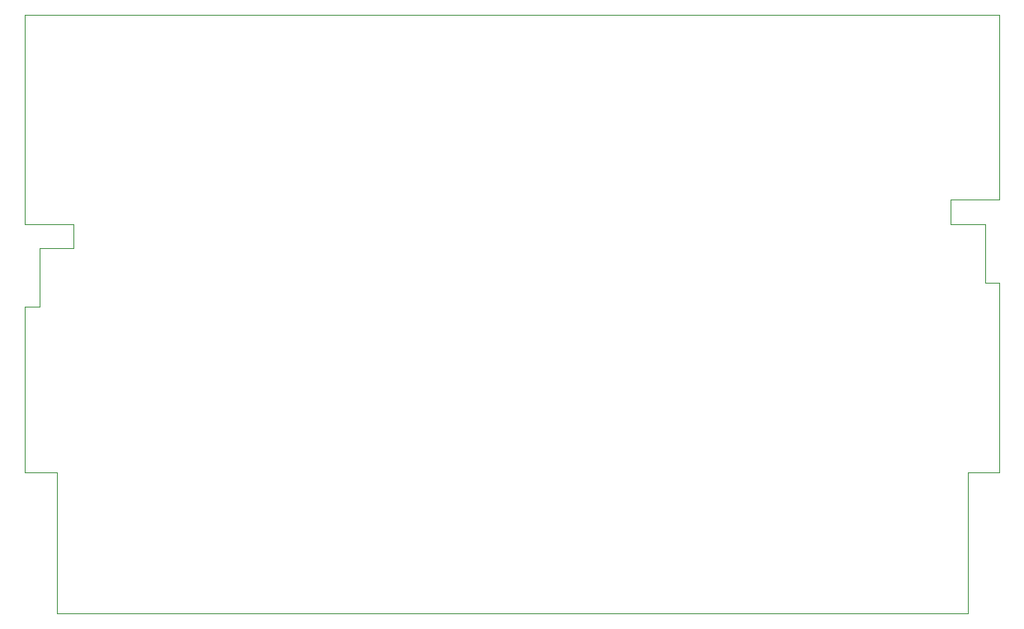
<source format=gbr>
G04 #@! TF.GenerationSoftware,KiCad,Pcbnew,5.1.5+dfsg1-2build2*
G04 #@! TF.CreationDate,2023-04-13T22:50:13-05:00*
G04 #@! TF.ProjectId,cart,63617274-2e6b-4696-9361-645f70636258,rev?*
G04 #@! TF.SameCoordinates,Original*
G04 #@! TF.FileFunction,Profile,NP*
%FSLAX46Y46*%
G04 Gerber Fmt 4.6, Leading zero omitted, Abs format (unit mm)*
G04 Created by KiCad (PCBNEW 5.1.5+dfsg1-2build2) date 2023-04-13 22:50:13*
%MOMM*%
%LPD*%
G04 APERTURE LIST*
%ADD10C,0.100000*%
G04 APERTURE END LIST*
D10*
X91650000Y-85900000D02*
X191650000Y-85900000D01*
X91650000Y-107350000D02*
X91650000Y-85900000D01*
X96650000Y-107350000D02*
X91650000Y-107350000D01*
X96650000Y-109850000D02*
X96650000Y-107350000D01*
X93150000Y-109850000D02*
X96650000Y-109850000D01*
X93150000Y-115850000D02*
X93150000Y-109850000D01*
X91650000Y-115850000D02*
X93150000Y-115850000D01*
X91650000Y-132850000D02*
X91650000Y-115850000D01*
X191650000Y-113350000D02*
X191650000Y-132850000D01*
X190150000Y-113350000D02*
X191650000Y-113350000D01*
X190150000Y-107350000D02*
X190150000Y-113350000D01*
X186650000Y-107350000D02*
X190150000Y-107350000D01*
X186650000Y-104850000D02*
X186650000Y-107350000D01*
X191650000Y-104850000D02*
X186650000Y-104850000D01*
X191650000Y-85900000D02*
X191650000Y-104850000D01*
X94900000Y-132850000D02*
X91650000Y-132850000D01*
X94900000Y-147350000D02*
X94900000Y-132850000D01*
X188400000Y-147350000D02*
X94900000Y-147350000D01*
X188400000Y-132850000D02*
X188400000Y-147350000D01*
X191650000Y-132850000D02*
X188400000Y-132850000D01*
M02*

</source>
